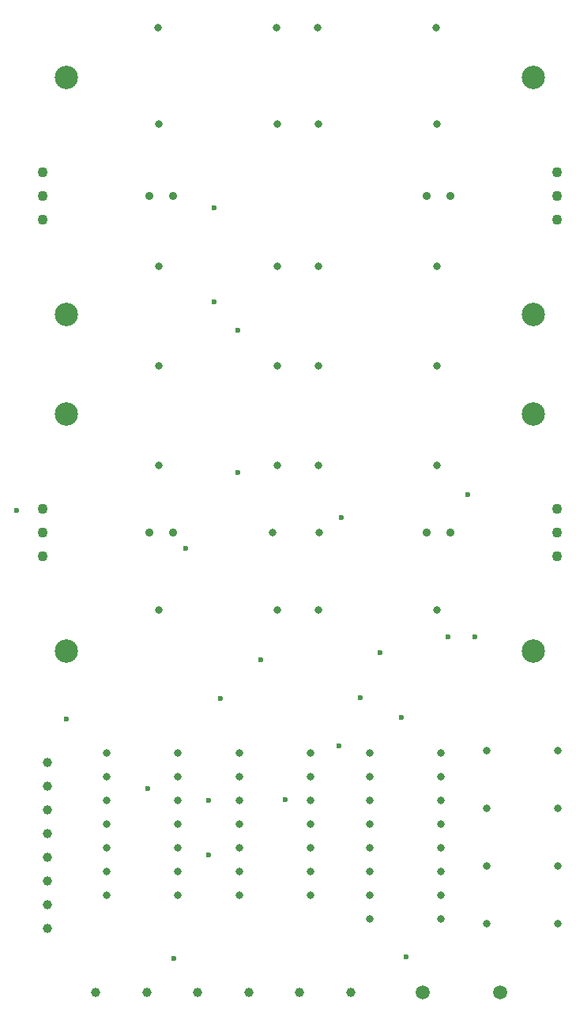
<source format=gbr>
%TF.GenerationSoftware,KiCad,Pcbnew,7.0.11*%
%TF.CreationDate,2024-05-22T12:53:20-06:00*%
%TF.ProjectId,H_Bridge,485f4272-6964-4676-952e-6b696361645f,rev?*%
%TF.SameCoordinates,Original*%
%TF.FileFunction,Plated,1,2,PTH,Drill*%
%TF.FilePolarity,Positive*%
%FSLAX46Y46*%
G04 Gerber Fmt 4.6, Leading zero omitted, Abs format (unit mm)*
G04 Created by KiCad (PCBNEW 7.0.11) date 2024-05-22 12:53:20*
%MOMM*%
%LPD*%
G01*
G04 APERTURE LIST*
%TA.AperFunction,ViaDrill*%
%ADD10C,0.600000*%
%TD*%
%TA.AperFunction,ComponentDrill*%
%ADD11C,0.800000*%
%TD*%
%TA.AperFunction,ComponentDrill*%
%ADD12C,0.900000*%
%TD*%
%TA.AperFunction,ComponentDrill*%
%ADD13C,1.000000*%
%TD*%
%TA.AperFunction,ComponentDrill*%
%ADD14C,1.100000*%
%TD*%
%TA.AperFunction,ComponentDrill*%
%ADD15C,1.500000*%
%TD*%
%TA.AperFunction,ComponentDrill*%
%ADD16C,2.500000*%
%TD*%
G04 APERTURE END LIST*
D10*
X129286000Y-95123000D03*
X134620000Y-117475000D03*
X143383000Y-124968000D03*
X146177000Y-143129000D03*
X147447000Y-99187000D03*
X149860000Y-126238000D03*
X149860000Y-132080000D03*
X150495000Y-62738000D03*
X150495000Y-72771000D03*
X151130000Y-115316000D03*
X153035000Y-75819000D03*
X153035000Y-91059000D03*
X155448000Y-111125000D03*
X158115000Y-126111000D03*
X163830000Y-120396000D03*
X164084000Y-95885000D03*
X166116000Y-115189000D03*
X168275000Y-110363000D03*
X170561000Y-117348000D03*
X171069000Y-143002000D03*
X175514000Y-108712000D03*
X177673000Y-93472000D03*
X178435000Y-108712000D03*
D11*
%TO.C,U1*%
X138938000Y-121158000D03*
X138938000Y-123698000D03*
X138938000Y-126238000D03*
X138938000Y-128778000D03*
X138938000Y-131318000D03*
X138938000Y-133858000D03*
X138938000Y-136398000D03*
%TO.C,R1*%
X144431334Y-43434000D03*
%TO.C,R2*%
X144558334Y-53721000D03*
%TO.C,R3*%
X144558334Y-68961000D03*
%TO.C,R6*%
X144558334Y-79629000D03*
%TO.C,R4*%
X144558334Y-90297000D03*
%TO.C,R7*%
X144558334Y-105791000D03*
%TO.C,U1*%
X146558000Y-121158000D03*
X146558000Y-123698000D03*
X146558000Y-126238000D03*
X146558000Y-128778000D03*
X146558000Y-131318000D03*
X146558000Y-133858000D03*
X146558000Y-136398000D03*
%TO.C,U2*%
X153210000Y-121158000D03*
X153210000Y-123698000D03*
X153210000Y-126238000D03*
X153210000Y-128778000D03*
X153210000Y-131318000D03*
X153210000Y-133858000D03*
X153210000Y-136398000D03*
%TO.C,C1*%
X156758000Y-97536000D03*
%TO.C,R1*%
X157131334Y-43434000D03*
%TO.C,R2*%
X157258334Y-53721000D03*
%TO.C,R3*%
X157258334Y-68961000D03*
%TO.C,R6*%
X157258334Y-79629000D03*
%TO.C,R4*%
X157258334Y-90297000D03*
%TO.C,R7*%
X157258334Y-105791000D03*
%TO.C,U2*%
X160830000Y-121158000D03*
X160830000Y-123698000D03*
X160830000Y-126238000D03*
X160830000Y-128778000D03*
X160830000Y-131318000D03*
X160830000Y-133858000D03*
X160830000Y-136398000D03*
%TO.C,R11*%
X161544000Y-43434000D03*
%TO.C,R12*%
X161671000Y-53721000D03*
%TO.C,R8*%
X161671000Y-68961000D03*
%TO.C,R9*%
X161671000Y-79629000D03*
%TO.C,R5*%
X161671000Y-90297000D03*
%TO.C,R10*%
X161671000Y-105791000D03*
%TO.C,C1*%
X161758000Y-97536000D03*
%TO.C,U3*%
X167132000Y-121158000D03*
X167132000Y-123698000D03*
X167132000Y-126238000D03*
X167132000Y-128778000D03*
X167132000Y-131318000D03*
X167132000Y-133858000D03*
X167132000Y-136398000D03*
X167132000Y-138938000D03*
%TO.C,R11*%
X174244000Y-43434000D03*
%TO.C,R12*%
X174371000Y-53721000D03*
%TO.C,R8*%
X174371000Y-68961000D03*
%TO.C,R9*%
X174371000Y-79629000D03*
%TO.C,R5*%
X174371000Y-90297000D03*
%TO.C,R10*%
X174371000Y-105791000D03*
%TO.C,U3*%
X174752000Y-121158000D03*
X174752000Y-123698000D03*
X174752000Y-126238000D03*
X174752000Y-128778000D03*
X174752000Y-131318000D03*
X174752000Y-133858000D03*
X174752000Y-136398000D03*
X174752000Y-138938000D03*
%TO.C,D3*%
X179658000Y-120904000D03*
%TO.C,D4*%
X179658000Y-127084666D03*
%TO.C,D5*%
X179658000Y-133265332D03*
%TO.C,D6*%
X179658000Y-139446000D03*
%TO.C,D3*%
X187278000Y-120904000D03*
%TO.C,D4*%
X187278000Y-127084666D03*
%TO.C,D5*%
X187278000Y-133265332D03*
%TO.C,D6*%
X187278000Y-139446000D03*
D12*
%TO.C,D1*%
X143510000Y-61468000D03*
%TO.C,D2*%
X143510000Y-97536000D03*
%TO.C,D1*%
X146050000Y-61468000D03*
%TO.C,D2*%
X146050000Y-97536000D03*
%TO.C,D8*%
X173228000Y-61468000D03*
%TO.C,D7*%
X173228000Y-97536000D03*
%TO.C,D8*%
X175768000Y-61468000D03*
%TO.C,D7*%
X175768000Y-97536000D03*
D13*
%TO.C,J1*%
X132588000Y-122174000D03*
X132588000Y-124714000D03*
X132588000Y-127254000D03*
X132588000Y-129794000D03*
X132588000Y-132334000D03*
X132588000Y-134874000D03*
X132588000Y-137414000D03*
X132588000Y-139954000D03*
%TO.C,TP1*%
X137769000Y-146812000D03*
%TO.C,TP2*%
X143235200Y-146812000D03*
%TO.C,TP3*%
X148701400Y-146812000D03*
%TO.C,TP5*%
X154167600Y-146812000D03*
%TO.C,TP7*%
X159633800Y-146812000D03*
%TO.C,TP8*%
X165100000Y-146812000D03*
D14*
%TO.C,Q1*%
X132080000Y-58928000D03*
X132080000Y-61468000D03*
X132080000Y-64008000D03*
%TO.C,Q2*%
X132080000Y-94996000D03*
X132080000Y-97536000D03*
X132080000Y-100076000D03*
%TO.C,Q3*%
X187198000Y-58928000D03*
X187198000Y-61468000D03*
X187198000Y-64008000D03*
%TO.C,Q4*%
X187198000Y-94996000D03*
X187198000Y-97536000D03*
X187198000Y-100076000D03*
D15*
%TO.C,TP4*%
X172851000Y-146812000D03*
%TO.C,TP6*%
X181102000Y-146812000D03*
D16*
%TO.C,HS1*%
X134620000Y-48768000D03*
X134620000Y-74168000D03*
%TO.C,HS2*%
X134620000Y-84836000D03*
X134620000Y-110236000D03*
%TO.C,HS3*%
X184658000Y-48768000D03*
X184658000Y-74168000D03*
%TO.C,HS4*%
X184658000Y-84836000D03*
X184658000Y-110236000D03*
M02*

</source>
